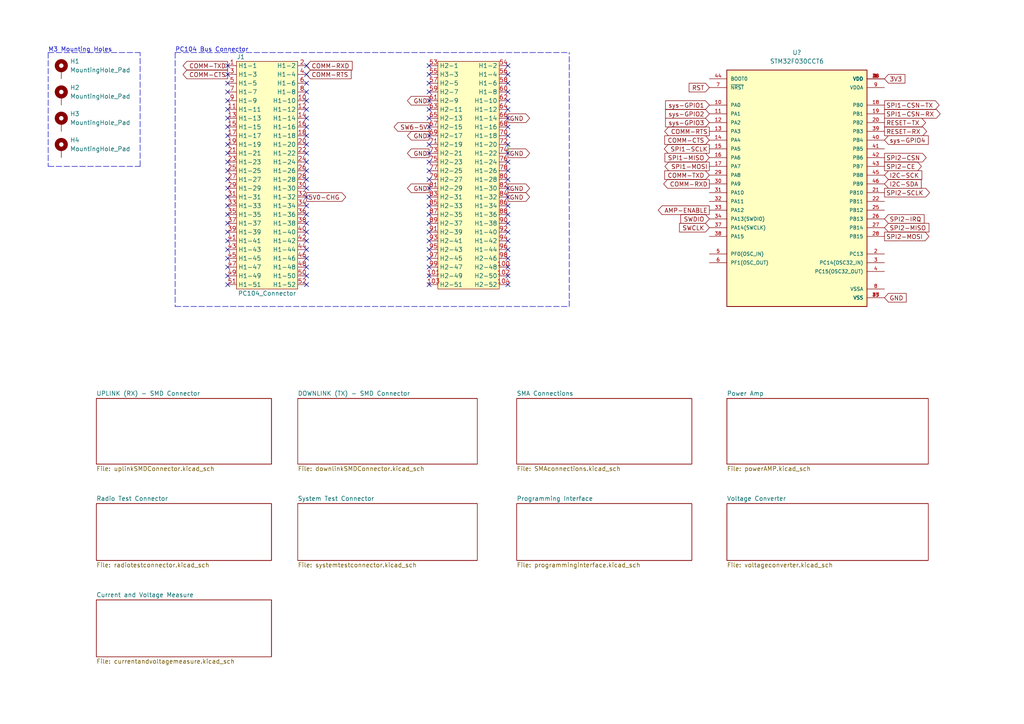
<source format=kicad_sch>
(kicad_sch (version 20211123) (generator eeschema)
  (paper "A4")
  (lib_symbols
    (symbol "Mechanical:MountingHole_Pad" (pin_numbers hide) (pin_names (offset 1.016) hide)
      (property "Reference" "H" (at 0 6.35 0))
      (property "Value" "MountingHole_Pad" (at 0 4.445 0))
      (symbol "MountingHole_Pad_0_1"
        (circle (center 0 1.27) (radius 1.27) (stroke (width 1.27)))
      )
      (symbol "MountingHole_Pad_1_1"
        (pin input line (at 0 -2.54 90) (length 2.54) (name "1") (number "1"))
      )
    )
    (symbol "STM32F030CCT6:STM32F030CCT6" (pin_names (offset 1.016))
      (property "Reference" "U" (at -20.3383 33.0497 0))
      (property "Value" "STM32F030CCT6" (at -20.3351 -38.1284 0))
      (symbol "STM32F030CCT6_0_0"
        (rectangle (start -20.32 -35.56) (end 20.32 33.02) (stroke (width 0.254)) (fill (type background)))
        (pin power_in line (at 25.4 30.48 180) (length 5.08) (name "VDD") (number "1"))
        (pin bidirectional line (at -25.4 22.86 0) (length 5.08) (name "PA0") (number "10"))
        (pin bidirectional line (at -25.4 20.32 0) (length 5.08) (name "PA1") (number "11"))
        (pin bidirectional line (at -25.4 17.78 0) (length 5.08) (name "PA2") (number "12"))
        (pin bidirectional line (at -25.4 15.24 0) (length 5.08) (name "PA3") (number "13"))
        (pin bidirectional line (at -25.4 12.7 0) (length 5.08) (name "PA4") (number "14"))
        (pin bidirectional line (at -25.4 10.16 0) (length 5.08) (name "PA5") (number "15"))
        (pin bidirectional line (at -25.4 7.62 0) (length 5.08) (name "PA6") (number "16"))
        (pin bidirectional line (at -25.4 5.08 0) (length 5.08) (name "PA7") (number "17"))
        (pin bidirectional line (at 25.4 22.86 180) (length 5.08) (name "PB0") (number "18"))
        (pin bidirectional line (at 25.4 20.32 180) (length 5.08) (name "PB1") (number "19"))
        (pin bidirectional line (at 25.4 -20.32 180) (length 5.08) (name "PC13") (number "2"))
        (pin bidirectional line (at 25.4 17.78 180) (length 5.08) (name "PB2") (number "20"))
        (pin bidirectional line (at 25.4 -2.54 180) (length 5.08) (name "PB10") (number "21"))
        (pin bidirectional line (at 25.4 -5.08 180) (length 5.08) (name "PB11") (number "22"))
        (pin power_in line (at 25.4 -33.02 180) (length 5.08) (name "VSS") (number "23"))
        (pin power_in line (at 25.4 30.48 180) (length 5.08) (name "VDD") (number "24"))
        (pin bidirectional line (at 25.4 -7.62 180) (length 5.08) (name "PB12") (number "25"))
        (pin bidirectional line (at 25.4 -10.16 180) (length 5.08) (name "PB13") (number "26"))
        (pin bidirectional line (at 25.4 -12.7 180) (length 5.08) (name "PB14") (number "27"))
        (pin bidirectional line (at 25.4 -15.24 180) (length 5.08) (name "PB15") (number "28"))
        (pin bidirectional line (at -25.4 2.54 0) (length 5.08) (name "PA8") (number "29"))
        (pin bidirectional line (at 25.4 -22.86 180) (length 5.08) (name "PC14(OSC32_IN)") (number "3"))
        (pin bidirectional line (at -25.4 0 0) (length 5.08) (name "PA9") (number "30"))
        (pin bidirectional line (at -25.4 -2.54 0) (length 5.08) (name "PA10") (number "31"))
        (pin bidirectional line (at -25.4 -5.08 0) (length 5.08) (name "PA11") (number "32"))
        (pin bidirectional line (at -25.4 -7.62 0) (length 5.08) (name "PA12") (number "33"))
        (pin bidirectional line (at -25.4 -10.16 0) (length 5.08) (name "PA13(SWDIO)") (number "34"))
        (pin power_in line (at 25.4 -33.02 180) (length 5.08) (name "VSS") (number "35"))
        (pin power_in line (at 25.4 30.48 180) (length 5.08) (name "VDD") (number "36"))
        (pin bidirectional line (at -25.4 -12.7 0) (length 5.08) (name "PA14(SWCLK)") (number "37"))
        (pin bidirectional line (at -25.4 -15.24 0) (length 5.08) (name "PA15") (number "38"))
        (pin bidirectional line (at 25.4 15.24 180) (length 5.08) (name "PB3") (number "39"))
        (pin bidirectional line (at 25.4 -25.4 180) (length 5.08) (name "PC15(OSC32_OUT)") (number "4"))
        (pin bidirectional line (at 25.4 12.7 180) (length 5.08) (name "PB4") (number "40"))
        (pin bidirectional line (at 25.4 10.16 180) (length 5.08) (name "PB5") (number "41"))
        (pin bidirectional line (at 25.4 7.62 180) (length 5.08) (name "PB6") (number "42"))
        (pin bidirectional line (at 25.4 5.08 180) (length 5.08) (name "PB7") (number "43"))
        (pin input line (at -25.4 30.48 0) (length 5.08) (name "BOOT0") (number "44"))
        (pin bidirectional line (at 25.4 2.54 180) (length 5.08) (name "PB8") (number "45"))
        (pin bidirectional line (at 25.4 0 180) (length 5.08) (name "PB9") (number "46"))
        (pin power_in line (at 25.4 -33.02 180) (length 5.08) (name "VSS") (number "47"))
        (pin power_in line (at 25.4 30.48 180) (length 5.08) (name "VDD") (number "48"))
        (pin bidirectional line (at -25.4 -20.32 0) (length 5.08) (name "PF0(OSC_IN)") (number "5"))
        (pin bidirectional line (at -25.4 -22.86 0) (length 5.08) (name "PF1(OSC_OUT)") (number "6"))
        (pin bidirectional line (at -25.4 27.94 0) (length 5.08) (name "~{NRST}") (number "7"))
        (pin power_in line (at 25.4 -30.48 180) (length 5.08) (name "VSSA") (number "8"))
        (pin power_in line (at 25.4 27.94 180) (length 5.08) (name "VDDA") (number "9"))
      )
    )
    (symbol "qset-connector-library:PC104_Connector"
      (property "Reference" "J" (at -36.83 -71.12 0))
      (property "Value" "PC104_Connector" (at -26.67 -71.12 0))
      (symbol "PC104_Connector_0_1"
        (rectangle (start -38.1 -2.54) (end -20.32 -68.58) (fill (type background)))
        (rectangle (start 20.32 -2.54) (end 38.1 -68.58) (fill (type background)))
      )
      (symbol "PC104_Connector_1_1"
        (pin bidirectional line (at -40.64 -3.81 0) (length 2.54) (name "H1-1") (number "1"))
        (pin bidirectional line (at -17.78 -13.97 180) (length 2.54) (name "H1-10") (number "10"))
        (pin bidirectional line (at 40.64 -62.23 180) (length 2.54) (name "H2-48") (number "100"))
        (pin bidirectional line (at 17.78 -64.77 0) (length 2.54) (name "H2-49") (number "101"))
        (pin bidirectional line (at 40.64 -64.77 180) (length 2.54) (name "H2-50") (number "102"))
        (pin bidirectional line (at 17.78 -67.31 0) (length 2.54) (name "H2-51") (number "103"))
        (pin bidirectional line (at 40.64 -67.31 180) (length 2.54) (name "H2-52") (number "104"))
        (pin bidirectional line (at -40.64 -16.51 0) (length 2.54) (name "H1-11") (number "11"))
        (pin bidirectional line (at -17.78 -16.51 180) (length 2.54) (name "H1-12") (number "12"))
        (pin bidirectional line (at -40.64 -19.05 0) (length 2.54) (name "H1-13") (number "13"))
        (pin bidirectional line (at -17.78 -19.05 180) (length 2.54) (name "H1-14") (number "14"))
        (pin bidirectional line (at -40.64 -21.59 0) (length 2.54) (name "H1-15") (number "15"))
        (pin bidirectional line (at -17.78 -21.59 180) (length 2.54) (name "H1-16") (number "16"))
        (pin bidirectional line (at -40.64 -24.13 0) (length 2.54) (name "H1-17") (number "17"))
        (pin bidirectional line (at -17.78 -24.13 180) (length 2.54) (name "H1-18") (number "18"))
        (pin bidirectional line (at -40.64 -26.67 0) (length 2.54) (name "H1-19") (number "19"))
        (pin bidirectional line (at -17.78 -3.81 180) (length 2.54) (name "H1-2") (number "2"))
        (pin bidirectional line (at -17.78 -26.67 180) (length 2.54) (name "H1-20") (number "20"))
        (pin bidirectional line (at -40.64 -29.21 0) (length 2.54) (name "H1-21") (number "21"))
        (pin bidirectional line (at -17.78 -29.21 180) (length 2.54) (name "H1-22") (number "22"))
        (pin bidirectional line (at -40.64 -31.75 0) (length 2.54) (name "H1-23") (number "23"))
        (pin bidirectional line (at -17.78 -31.75 180) (length 2.54) (name "H1-24") (number "24"))
        (pin bidirectional line (at -40.64 -34.29 0) (length 2.54) (name "H1-25") (number "25"))
        (pin bidirectional line (at -17.78 -34.29 180) (length 2.54) (name "H1-26") (number "26"))
        (pin bidirectional line (at -40.64 -36.83 0) (length 2.54) (name "H1-27") (number "27"))
        (pin bidirectional line (at -17.78 -36.83 180) (length 2.54) (name "H1-28") (number "28"))
        (pin bidirectional line (at -40.64 -39.37 0) (length 2.54) (name "H1-29") (number "29"))
        (pin bidirectional line (at -40.64 -6.35 0) (length 2.54) (name "H1-3") (number "3"))
        (pin bidirectional line (at -17.78 -39.37 180) (length 2.54) (name "H1-30") (number "30"))
        (pin bidirectional line (at -40.64 -41.91 0) (length 2.54) (name "H1-31") (number "31"))
        (pin bidirectional line (at -17.78 -41.91 180) (length 2.54) (name "H1-32") (number "32"))
        (pin bidirectional line (at -40.64 -44.45 0) (length 2.54) (name "H1-33") (number "33"))
        (pin bidirectional line (at -17.78 -44.45 180) (length 2.54) (name "H1-34") (number "34"))
        (pin bidirectional line (at -40.64 -46.99 0) (length 2.54) (name "H1-35") (number "35"))
        (pin bidirectional line (at -17.78 -46.99 180) (length 2.54) (name "H1-36") (number "36"))
        (pin bidirectional line (at -40.64 -49.53 0) (length 2.54) (name "H1-37") (number "37"))
        (pin bidirectional line (at -17.78 -49.53 180) (length 2.54) (name "H1-38") (number "38"))
        (pin bidirectional line (at -40.64 -52.07 0) (length 2.54) (name "H1-39") (number "39"))
        (pin bidirectional line (at -17.78 -6.35 180) (length 2.54) (name "H1-4") (number "4"))
        (pin bidirectional line (at -17.78 -52.07 180) (length 2.54) (name "H1-40") (number "40"))
        (pin bidirectional line (at -40.64 -54.61 0) (length 2.54) (name "H1-41") (number "41"))
        (pin bidirectional line (at -17.78 -54.61 180) (length 2.54) (name "H1-42") (number "42"))
        (pin bidirectional line (at -40.64 -57.15 0) (length 2.54) (name "H1-43") (number "43"))
        (pin bidirectional line (at -17.78 -57.15 180) (length 2.54) (name "H1-44") (number "44"))
        (pin bidirectional line (at -40.64 -59.69 0) (length 2.54) (name "H1-45") (number "45"))
        (pin bidirectional line (at -17.78 -59.69 180) (length 2.54) (name "H1-46") (number "46"))
        (pin bidirectional line (at -40.64 -62.23 0) (length 2.54) (name "H1-47") (number "47"))
        (pin bidirectional line (at -17.78 -62.23 180) (length 2.54) (name "H1-48") (number "48"))
        (pin bidirectional line (at -40.64 -64.77 0) (length 2.54) (name "H1-49") (number "49"))
        (pin bidirectional line (at -40.64 -8.89 0) (length 2.54) (name "H1-5") (number "5"))
        (pin bidirectional line (at -17.78 -64.77 180) (length 2.54) (name "H1-50") (number "50"))
        (pin bidirectional line (at -40.64 -67.31 0) (length 2.54) (name "H1-51") (number "51"))
        (pin bidirectional line (at -17.78 -67.31 180) (length 2.54) (name "H1-52") (number "52"))
        (pin bidirectional line (at 17.78 -3.81 0) (length 2.54) (name "H2-1") (number "53"))
        (pin bidirectional line (at 40.64 -3.81 180) (length 2.54) (name "H1-2") (number "54"))
        (pin bidirectional line (at 17.78 -6.35 0) (length 2.54) (name "H3-3") (number "55"))
        (pin bidirectional line (at 40.64 -6.35 180) (length 2.54) (name "H1-4") (number "56"))
        (pin bidirectional line (at 17.78 -8.89 0) (length 2.54) (name "H2-5") (number "57"))
        (pin bidirectional line (at 40.64 -8.89 180) (length 2.54) (name "H1-6") (number "58"))
        (pin bidirectional line (at 17.78 -11.43 0) (length 2.54) (name "H2-7") (number "59"))
        (pin bidirectional line (at -17.78 -8.89 180) (length 2.54) (name "H1-6") (number "6"))
        (pin bidirectional line (at 40.64 -11.43 180) (length 2.54) (name "H1-8") (number "60"))
        (pin bidirectional line (at 17.78 -13.97 0) (length 2.54) (name "H2-9") (number "61"))
        (pin bidirectional line (at 40.64 -13.97 180) (length 2.54) (name "H1-10") (number "62"))
        (pin bidirectional line (at 17.78 -16.51 0) (length 2.54) (name "H2-11") (number "63"))
        (pin bidirectional line (at 40.64 -16.51 180) (length 2.54) (name "H1-12") (number "64"))
        (pin bidirectional line (at 17.78 -19.05 0) (length 2.54) (name "H2-13") (number "65"))
        (pin bidirectional line (at 40.64 -19.05 180) (length 2.54) (name "H1-14") (number "66"))
        (pin bidirectional line (at 17.78 -21.59 0) (length 2.54) (name "H2-15") (number "67"))
        (pin bidirectional line (at 40.64 -21.59 180) (length 2.54) (name "H1-16") (number "68"))
        (pin bidirectional line (at 17.78 -24.13 0) (length 2.54) (name "H2-17") (number "69"))
        (pin bidirectional line (at -40.64 -11.43 0) (length 2.54) (name "H1-7") (number "7"))
        (pin bidirectional line (at 40.64 -24.13 180) (length 2.54) (name "H1-18") (number "70"))
        (pin bidirectional line (at 17.78 -26.67 0) (length 2.54) (name "H2-19") (number "71"))
        (pin bidirectional line (at 40.64 -26.67 180) (length 2.54) (name "H1-20") (number "72"))
        (pin bidirectional line (at 17.78 -29.21 0) (length 2.54) (name "H2-21") (number "73"))
        (pin bidirectional line (at 40.64 -29.21 180) (length 2.54) (name "H1-22") (number "74"))
        (pin bidirectional line (at 17.78 -31.75 0) (length 2.54) (name "H2-23") (number "75"))
        (pin bidirectional line (at 40.64 -31.75 180) (length 2.54) (name "H1-24") (number "76"))
        (pin bidirectional line (at 17.78 -34.29 0) (length 2.54) (name "H2-25") (number "77"))
        (pin bidirectional line (at 40.64 -34.29 180) (length 2.54) (name "H1-26") (number "78"))
        (pin bidirectional line (at 17.78 -36.83 0) (length 2.54) (name "H2-27") (number "79"))
        (pin bidirectional line (at -17.78 -11.43 180) (length 2.54) (name "H1-8") (number "8"))
        (pin bidirectional line (at 40.64 -36.83 180) (length 2.54) (name "H1-28") (number "80"))
        (pin bidirectional line (at 17.78 -39.37 0) (length 2.54) (name "H2-29") (number "81"))
        (pin bidirectional line (at 40.64 -39.37 180) (length 2.54) (name "H1-30") (number "82"))
        (pin bidirectional line (at 17.78 -41.91 0) (length 2.54) (name "H2-31") (number "83"))
        (pin bidirectional line (at 40.64 -41.91 180) (length 2.54) (name "H1-32") (number "84"))
        (pin bidirectional line (at 17.78 -44.45 0) (length 2.54) (name "H2-33") (number "85"))
        (pin bidirectional line (at 40.64 -44.45 180) (length 2.54) (name "H1-34") (number "86"))
        (pin bidirectional line (at 17.78 -46.99 0) (length 2.54) (name "H2-35") (number "87"))
        (pin bidirectional line (at 40.64 -46.99 180) (length 2.54) (name "H1-36") (number "88"))
        (pin bidirectional line (at 17.78 -49.53 0) (length 2.54) (name "H2-37") (number "89"))
        (pin bidirectional line (at -40.64 -13.97 0) (length 2.54) (name "H1-9") (number "9"))
        (pin bidirectional line (at 40.64 -49.53 180) (length 2.54) (name "H1-38") (number "90"))
        (pin bidirectional line (at 17.78 -52.07 0) (length 2.54) (name "H2-39") (number "91"))
        (pin bidirectional line (at 40.64 -52.07 180) (length 2.54) (name "H1-40") (number "92"))
        (pin bidirectional line (at 17.78 -54.61 0) (length 2.54) (name "H2-41") (number "93"))
        (pin bidirectional line (at 40.64 -54.61 180) (length 2.54) (name "H1-42") (number "94"))
        (pin bidirectional line (at 17.78 -57.15 0) (length 2.54) (name "H2-43") (number "95"))
        (pin bidirectional line (at 40.64 -57.15 180) (length 2.54) (name "H1-44") (number "96"))
        (pin bidirectional line (at 17.78 -59.69 0) (length 2.54) (name "H2-45") (number "97"))
        (pin bidirectional line (at 40.64 -59.69 180) (length 2.54) (name "H2-46") (number "98"))
        (pin bidirectional line (at 17.78 -62.23 0) (length 2.54) (name "H2-47") (number "99"))
      )
    )
  )
  (no_connect (at 66.04 29.21))
  (no_connect (at 66.04 31.75))
  (no_connect (at 66.04 46.99))
  (no_connect (at 66.04 19.05))
  (no_connect (at 66.04 21.59))
  (no_connect (at 66.04 24.13))
  (no_connect (at 66.04 26.67))
  (no_connect (at 66.04 34.29))
  (no_connect (at 66.04 36.83))
  (no_connect (at 66.04 39.37))
  (no_connect (at 66.04 41.91))
  (no_connect (at 66.04 44.45))
  (no_connect (at 66.04 59.69))
  (no_connect (at 66.04 62.23))
  (no_connect (at 66.04 64.77))
  (no_connect (at 66.04 67.31))
  (no_connect (at 66.04 69.85))
  (no_connect (at 66.04 72.39))
  (no_connect (at 66.04 74.93))
  (no_connect (at 66.04 77.47))
  (no_connect (at 66.04 80.01))
  (no_connect (at 66.04 82.55))
  (no_connect (at 88.9 82.55))
  (no_connect (at 88.9 80.01))
  (no_connect (at 88.9 77.47))
  (no_connect (at 88.9 74.93))
  (no_connect (at 88.9 72.39))
  (no_connect (at 88.9 69.85))
  (no_connect (at 88.9 67.31))
  (no_connect (at 88.9 64.77))
  (no_connect (at 88.9 62.23))
  (no_connect (at 88.9 59.69))
  (no_connect (at 66.04 49.53))
  (no_connect (at 66.04 52.07))
  (no_connect (at 66.04 54.61))
  (no_connect (at 66.04 57.15))
  (no_connect (at 88.9 57.15))
  (no_connect (at 88.9 54.61))
  (no_connect (at 88.9 52.07))
  (no_connect (at 88.9 49.53))
  (no_connect (at 88.9 46.99))
  (no_connect (at 88.9 44.45))
  (no_connect (at 88.9 41.91))
  (no_connect (at 88.9 36.83))
  (no_connect (at 88.9 39.37))
  (no_connect (at 88.9 19.05))
  (no_connect (at 88.9 21.59))
  (no_connect (at 88.9 24.13))
  (no_connect (at 88.9 26.67))
  (no_connect (at 88.9 29.21))
  (no_connect (at 88.9 31.75))
  (no_connect (at 88.9 34.29))
  (no_connect (at 124.46 31.75))
  (no_connect (at 124.46 19.05))
  (no_connect (at 124.46 21.59))
  (no_connect (at 124.46 24.13))
  (no_connect (at 124.46 26.67))
  (no_connect (at 124.46 29.21))
  (no_connect (at 124.46 34.29))
  (no_connect (at 124.46 36.83))
  (no_connect (at 124.46 39.37))
  (no_connect (at 124.46 41.91))
  (no_connect (at 124.46 44.45))
  (no_connect (at 124.46 46.99))
  (no_connect (at 124.46 49.53))
  (no_connect (at 124.46 52.07))
  (no_connect (at 124.46 54.61))
  (no_connect (at 124.46 57.15))
  (no_connect (at 124.46 59.69))
  (no_connect (at 124.46 62.23))
  (no_connect (at 124.46 64.77))
  (no_connect (at 124.46 67.31))
  (no_connect (at 124.46 69.85))
  (no_connect (at 124.46 72.39))
  (no_connect (at 124.46 74.93))
  (no_connect (at 124.46 77.47))
  (no_connect (at 124.46 80.01))
  (no_connect (at 124.46 82.55))
  (no_connect (at 147.32 82.55))
  (no_connect (at 147.32 80.01))
  (no_connect (at 147.32 77.47))
  (no_connect (at 147.32 74.93))
  (no_connect (at 147.32 72.39))
  (no_connect (at 147.32 69.85))
  (no_connect (at 147.32 67.31))
  (no_connect (at 147.32 64.77))
  (no_connect (at 147.32 62.23))
  (no_connect (at 147.32 59.69))
  (no_connect (at 147.32 57.15))
  (no_connect (at 147.32 54.61))
  (no_connect (at 147.32 52.07))
  (no_connect (at 147.32 29.21))
  (no_connect (at 147.32 19.05))
  (no_connect (at 147.32 21.59))
  (no_connect (at 147.32 24.13))
  (no_connect (at 147.32 26.67))
  (no_connect (at 147.32 49.53))
  (no_connect (at 147.32 46.99))
  (no_connect (at 147.32 44.45))
  (no_connect (at 147.32 41.91))
  (no_connect (at 147.32 39.37))
  (no_connect (at 147.32 36.83))
  (no_connect (at 147.32 34.29))
  (no_connect (at 147.32 31.75))
  (polyline (pts (xy 50.8 15.24) (xy 50.8 88.9)))
  (polyline (pts (xy 13.97 15.24) (xy 13.97 48.26)))
  (polyline (pts (xy 50.8 88.9) (xy 165.1 88.9)))
  (polyline (pts (xy 40.64 48.26) (xy 40.64 15.24)))
  (wire (pts (xy 147.32 44.45) (xy 147.32 41.91)))
  (polyline (pts (xy 13.97 48.26) (xy 40.64 48.26)))
  (polyline (pts (xy 50.8 15.24) (xy 165.1 15.24)))
  (polyline (pts (xy 165.1 88.9) (xy 165.1 15.24)))
  (polyline (pts (xy 13.97 15.24) (xy 40.64 15.24)))
  (text "M3 Mounting Holes\n" (at 13.97 15.24 0) (effects (font (size 1.27 1.27)) (justify left bottom)))
  (text "PC104 Bus Connector" (at 50.8 15.24 0) (effects (font (size 1.27 1.27)) (justify left bottom)))
  (global_label "SPI1-MOSI" (shape output) (at 205.74 48.26 180) (property "Intersheet References" "${INTERSHEET_REFS}" (effects hide)))
  (global_label "COMM-RXD" (shape output) (at 205.74 53.34 180) (property "Intersheet References" "${INTERSHEET_REFS}" (effects hide)))
  (global_label "sys-GPIO4" (shape input) (at 256.54 40.64 0) (property "Intersheet References" "${INTERSHEET_REFS}" (effects hide)))
  (global_label "RESET-TX" (shape output) (at 256.54 35.56 0) (property "Intersheet References" "${INTERSHEET_REFS}" (effects hide)))
  (global_label "GND" (shape output) (at 124.46 39.37 180) (property "Intersheet References" "${INTERSHEET_REFS}" (effects hide)))
  (global_label "SPI2-CSN" (shape output) (at 256.54 45.72 0) (property "Intersheet References" "${INTERSHEET_REFS}" (effects hide)))
  (global_label "COMM-TXD" (shape input) (at 205.74 50.8 180) (property "Intersheet References" "${INTERSHEET_REFS}" (effects hide)))
  (global_label "GND" (shape output) (at 147.32 44.45 0) (property "Intersheet References" "${INTERSHEET_REFS}" (effects hide)))
  (global_label "RST" (shape input) (at 205.74 25.4 180) (property "Intersheet References" "${INTERSHEET_REFS}" (effects hide)))
  (global_label "5V0-CHG" (shape output) (at 88.9 57.15 0) (property "Intersheet References" "${INTERSHEET_REFS}" (effects hide)))
  (global_label "COMM-RTS" (shape input) (at 88.9 21.59 0) (property "Intersheet References" "${INTERSHEET_REFS}" (effects hide)))
  (global_label "SPI2-CE" (shape output) (at 256.54 48.26 0) (property "Intersheet References" "${INTERSHEET_REFS}" (effects hide)))
  (global_label "AMP-ENABLE" (shape output) (at 205.74 60.96 180) (property "Intersheet References" "${INTERSHEET_REFS}" (effects hide)))
  (global_label "SPI2-SCLK" (shape output) (at 256.54 55.88 0) (property "Intersheet References" "${INTERSHEET_REFS}" (effects hide)))
  (global_label "GND" (shape output) (at 147.32 34.29 0) (property "Intersheet References" "${INTERSHEET_REFS}" (effects hide)))
  (global_label "GND" (shape output) (at 147.32 54.61 0) (property "Intersheet References" "${INTERSHEET_REFS}" (effects hide)))
  (global_label "SPI2-MISO" (shape input) (at 256.54 66.04 0) (property "Intersheet References" "${INTERSHEET_REFS}" (effects hide)))
  (global_label "SPI1-SCLK" (shape output) (at 205.74 43.18 180) (property "Intersheet References" "${INTERSHEET_REFS}" (effects hide)))
  (global_label "RESET-RX" (shape output) (at 256.54 38.1 0) (property "Intersheet References" "${INTERSHEET_REFS}" (effects hide)))
  (global_label "sys-GPIO1" (shape input) (at 205.74 30.48 180) (property "Intersheet References" "${INTERSHEET_REFS}" (effects hide)))
  (global_label "SPI2-IRQ" (shape input) (at 256.54 63.5 0) (property "Intersheet References" "${INTERSHEET_REFS}" (effects hide)))
  (global_label "SW6-5V" (shape output) (at 124.46 36.83 180) (property "Intersheet References" "${INTERSHEET_REFS}" (effects hide)))
  (global_label "GND" (shape input) (at 256.54 86.36 0) (property "Intersheet References" "${INTERSHEET_REFS}" (effects hide)))
  (global_label "GND" (shape output) (at 147.32 57.15 0) (property "Intersheet References" "${INTERSHEET_REFS}" (effects hide)))
  (global_label "GND" (shape output) (at 124.46 54.61 180) (property "Intersheet References" "${INTERSHEET_REFS}" (effects hide)))
  (global_label "SPI1-CSN-TX" (shape output) (at 256.54 30.48 0) (property "Intersheet References" "${INTERSHEET_REFS}" (effects hide)))
  (global_label "GND" (shape output) (at 124.46 29.21 180) (property "Intersheet References" "${INTERSHEET_REFS}" (effects hide)))
  (global_label "COMM-TXD" (shape output) (at 66.04 19.05 180) (property "Intersheet References" "${INTERSHEET_REFS}" (effects hide)))
  (global_label "COMM-CTS" (shape output) (at 66.04 21.59 180) (property "Intersheet References" "${INTERSHEET_REFS}" (effects hide)))
  (global_label "I2C-SDA" (shape input) (at 256.54 53.34 0) (property "Intersheet References" "${INTERSHEET_REFS}" (effects hide)))
  (global_label "sys-GPIO2" (shape input) (at 205.74 33.02 180) (property "Intersheet References" "${INTERSHEET_REFS}" (effects hide)))
  (global_label "COMM-RXD" (shape input) (at 88.9 19.05 0) (property "Intersheet References" "${INTERSHEET_REFS}" (effects hide)))
  (global_label "3V3" (shape input) (at 256.54 22.86 0) (property "Intersheet References" "${INTERSHEET_REFS}" (effects hide)))
  (global_label "SPI1-CSN-RX" (shape output) (at 256.54 33.02 0) (property "Intersheet References" "${INTERSHEET_REFS}" (effects hide)))
  (global_label "GND" (shape output) (at 124.46 44.45 180) (property "Intersheet References" "${INTERSHEET_REFS}" (effects hide)))
  (global_label "COMM-RTS" (shape output) (at 205.74 38.1 180) (property "Intersheet References" "${INTERSHEET_REFS}" (effects hide)))
  (global_label "SWDIO" (shape input) (at 205.74 63.5 180) (property "Intersheet References" "${INTERSHEET_REFS}" (effects hide)))
  (global_label "SPI1-MISO" (shape input) (at 205.74 45.72 180) (property "Intersheet References" "${INTERSHEET_REFS}" (effects hide)))
  (global_label "I2C-SCK" (shape input) (at 256.54 50.8 0) (property "Intersheet References" "${INTERSHEET_REFS}" (effects hide)))
  (global_label "SWCLK" (shape input) (at 205.74 66.04 180) (property "Intersheet References" "${INTERSHEET_REFS}" (effects hide)))
  (global_label "COMM-CTS" (shape input) (at 205.74 40.64 180) (property "Intersheet References" "${INTERSHEET_REFS}" (effects hide)))
  (global_label "sys-GPIO3" (shape input) (at 205.74 35.56 180) (property "Intersheet References" "${INTERSHEET_REFS}" (effects hide)))
  (global_label "SPI2-MOSI" (shape output) (at 256.54 68.58 0) (property "Intersheet References" "${INTERSHEET_REFS}" (effects hide)))
  (symbol (lib_id "Mechanical:MountingHole_Pad") (at 17.78 27.94 0) (unit 1)
    (property "Reference" "H2" (at 20.32 25.3999 0) (effects (justify left)))
    (property "Value" "MountingHole_Pad" (at 20.32 27.9399 0) (effects (justify left)))
    (property "Footprint" "MountingHole:MountingHole_3.2mm_M3_Pad_TopBottom" (effects hide))
  )
  (symbol (lib_id "Mechanical:MountingHole_Pad") (at 17.78 20.32 0) (unit 1)
    (property "Reference" "H1" (at 20.32 17.7799 0) (effects (justify left)))
    (property "Value" "MountingHole_Pad" (at 20.32 20.3199 0) (effects (justify left)))
    (property "Footprint" "MountingHole:MountingHole_3.2mm_M3_Pad_TopBottom" (effects hide))
  )
  (symbol (lib_id "Mechanical:MountingHole_Pad") (at 17.78 43.18 0) (unit 1)
    (property "Reference" "H4" (at 20.32 40.6399 0) (effects (justify left)))
    (property "Value" "MountingHole_Pad" (at 20.32 43.1799 0) (effects (justify left)))
    (property "Footprint" "MountingHole:MountingHole_3.2mm_M3_Pad_TopBottom" (effects hide))
  )
  (symbol (lib_id "STM32F030CCT6:STM32F030CCT6") (at 231.14 53.34 0) (unit 1)
    (property "Reference" "U?" (at 231.14 15.24 0))
    (property "Value" "STM32F030CCT6" (at 231.14 17.78 0))
    (property "Footprint" "QFP50P900X900X160-48N" (effects hide))
    (property "MANUFACTURER" "STMicroelectronics" (effects hide))
  )
  (symbol (lib_id "qset-connector-library:PC104_Connector") (at 106.68 15.24 0) (unit 1)
    (property "Reference" "J1" (at 69.85 16.51 0))
    (property "Value" "PC104_Connector" (at 77.47 85.09 0))
    (property "Footprint" "pc104-connector:pc104-connector" (effects hide))
  )
  (symbol (lib_id "Mechanical:MountingHole_Pad") (at 17.78 35.56 0) (unit 1)
    (property "Reference" "H3" (at 20.32 33.0199 0) (effects (justify left)))
    (property "Value" "MountingHole_Pad" (at 20.32 35.5599 0) (effects (justify left)))
    (property "Footprint" "MountingHole:MountingHole_3.2mm_M3_Pad_TopBottom" (effects hide))
  )
  (sheet (at 149.86 115.57) (size 50.8 19.05) (stroke (width 0.1524))
    (property "Sheet name" "SMA Connections" (at 149.86 114.8584 0) (effects (justify left bottom)))
    (property "Sheet file" "SMAconnections.kicad_sch" (at 149.86 135.2046 0) (effects (justify left top)))
  )
  (sheet (at 86.36 146.05) (size 52.07 16.51) (stroke (width 0.1524))
    (property "Sheet name" "System Test Connector" (at 86.36 145.3384 0) (effects (justify left bottom)))
    (property "Sheet file" "systemtestconnector.kicad_sch" (at 86.36 163.1446 0) (effects (justify left top)))
  )
  (sheet (at 86.36 115.57) (size 52.07 19.05) (stroke (width 0.1524))
    (property "Sheet name" "DOWNLINK (TX) - SMD Connector" (at 86.36 114.8584 0) (effects (justify left bottom)))
    (property "Sheet file" "downlinkSMDConnector.kicad_sch" (at 86.36 135.2046 0) (effects (justify left top)))
  )
  (sheet (at 210.82 115.57) (size 58.42 19.05) (stroke (width 0.1524))
    (property "Sheet name" "Power Amp" (at 210.82 114.8584 0) (effects (justify left bottom)))
    (property "Sheet file" "powerAMP.kicad_sch" (at 210.82 135.2046 0) (effects (justify left top)))
  )
  (sheet (at 27.94 115.57) (size 50.8 19.05) (stroke (width 0.1524))
    (property "Sheet name" "UPLINK (RX) - SMD Connector" (at 27.94 114.8584 0) (effects (justify left bottom)))
    (property "Sheet file" "uplinkSMDConnector.kicad_sch" (at 27.94 135.2046 0) (effects (justify left top)))
  )
  (sheet (at 27.94 146.05) (size 50.8 16.51) (stroke (width 0.1524))
    (property "Sheet name" "Radio Test Connector" (at 27.94 145.3384 0) (effects (justify left bottom)))
    (property "Sheet file" "radiotestconnector.kicad_sch" (at 27.94 163.1446 0) (effects (justify left top)))
  )
  (sheet (at 27.94 173.99) (size 50.8 16.51) (stroke (width 0.1524))
    (property "Sheet name" "Current and Voltage Measure" (at 27.94 173.2784 0) (effects (justify left bottom)))
    (property "Sheet file" "currentandvoltagemeasure.kicad_sch" (at 27.94 191.0846 0) (effects (justify left top)))
  )
  (sheet (at 210.82 146.05) (size 58.42 16.51) (stroke (width 0.1524))
    (property "Sheet name" "Voltage Converter" (at 210.82 145.3384 0) (effects (justify left bottom)))
    (property "Sheet file" "voltageconverter.kicad_sch" (at 210.82 163.1446 0) (effects (justify left top)))
  )
  (sheet (at 149.86 146.05) (size 50.8 16.51) (stroke (width 0.1524))
    (property "Sheet name" "Programming Interface" (at 149.86 145.3384 0) (effects (justify left bottom)))
    (property "Sheet file" "programminginterface.kicad_sch" (at 149.86 163.1446 0) (effects (justify left top)))
  )
)
</source>
